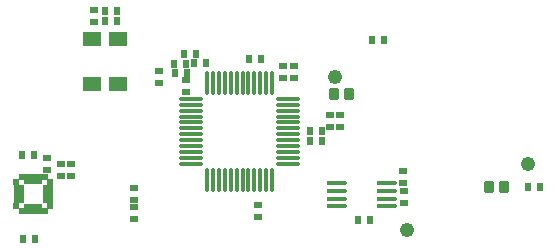
<source format=gbp>
G04 Layer: BottomPasteMaskLayer*
G04 EasyEDA Pro v2.2.35.2, 2025-02-24 01:09:24*
G04 Gerber Generator version 0.3*
G04 Scale: 100 percent, Rotated: No, Reflected: No*
G04 Dimensions in millimeters*
G04 Leading zeros omitted, absolute positions, 4 integers and 5 decimals*
%FSLAX45Y45*%
%MOMM*%
%AMRoundRect*1,1,$1,$2,$3*1,1,$1,$4,$5*1,1,$1,0-$2,0-$3*1,1,$1,0-$4,0-$5*20,1,$1,$2,$3,$4,$5,0*20,1,$1,$4,$5,0-$2,0-$3,0*20,1,$1,0-$2,0-$3,0-$4,0-$5,0*20,1,$1,0-$4,0-$5,$2,$3,0*4,1,4,$2,$3,$4,$5,0-$2,0-$3,0-$4,0-$5,$2,$3,0*%
%ADD10C,1.2192*%
%ADD11RoundRect,0.15076X0.21672X-0.28022X-0.21672X-0.28022*%
%ADD12RoundRect,0.15076X-0.28022X-0.21672X-0.28022X0.21672*%
%ADD13RoundRect,0.16355X0.33732X-0.40082X-0.33732X-0.40082*%
%ADD14RoundRect,0.15076X-0.21672X0.28022X0.21672X0.28022*%
%ADD15RoundRect,0.15076X0.28022X0.21672X0.28022X-0.21672*%
%ADD16O,0.3X2.1*%
%ADD17O,2.1X0.3*%
%ADD18O,1.7X0.375*%
%ADD19R,1.5X1.2*%
%ADD20RoundRect,0.14475X-0.37923X-0.17923X-0.37923X0.17923*%
%ADD21RoundRect,0.14475X-0.17923X-0.37923X-0.17923X0.37923*%
%ADD22RoundRect,0.14475X-0.17923X-0.17923X-0.17923X0.17923*%
G75*


G04 Pad Start*
G54D10*
G01X14960600Y10764520D03*
G01X13319760Y11501120D03*
G01X13936980Y10205720D03*
G54D11*
G01X10683240Y10132060D03*
G01X10784840Y10132060D03*
G54D12*
G01X11831320Y11557000D03*
G01X11831320Y11455400D03*
G54D13*
G01X14630400Y10568940D03*
G01X14757400Y10568940D03*
G54D14*
G01X14958060Y10568940D03*
G01X15059660Y10568940D03*
G54D11*
G01X13737600Y11819940D03*
G01X13636000Y11819940D03*
G54D14*
G01X12045820Y11695480D03*
G01X12147420Y11695480D03*
G01X13111480Y10962640D03*
G01X13213080Y10962640D03*
G01X13111480Y11046460D03*
G01X13213080Y11046460D03*
G54D12*
G01X13901420Y10703560D03*
G01X13901420Y10601960D03*
G54D15*
G01X13906500Y10431780D03*
G01X13906500Y10533380D03*
G54D12*
G01X12066140Y11372900D03*
G01X12066140Y11474500D03*
G54D15*
G01X13285340Y11179860D03*
G01X13285340Y11078260D03*
G01X13366620Y11179860D03*
G01X13366620Y11078260D03*
G54D13*
G01X13318360Y11362740D03*
G01X13445360Y11362740D03*
G54D15*
G01X12881480Y11596420D03*
G01X12881480Y11494820D03*
G01X12975460Y11596420D03*
G01X12975460Y11494820D03*
G01X12673200Y10415320D03*
G01X12673200Y10313720D03*
G54D11*
G01X12231240Y11619280D03*
G01X12129640Y11619280D03*
G54D14*
G01X12693520Y11652300D03*
G01X12591920Y11652300D03*
G54D11*
G01X11374120Y12059920D03*
G01X11475720Y12059920D03*
G01X12068680Y11535460D03*
G01X11967080Y11535460D03*
G54D14*
G01X11375260Y11977420D03*
G01X11476860Y11977420D03*
G01X10675620Y10840720D03*
G01X10777220Y10840720D03*
G54D12*
G01X10881360Y10713720D03*
G01X10881360Y10815320D03*
G01X11005820Y10668000D03*
G01X11005820Y10769600D03*
G01X11084560Y10668000D03*
G01X11084560Y10769600D03*
G54D11*
G01X13622020Y10289540D03*
G01X13520420Y10289540D03*
G54D12*
G01X11617960Y10401300D03*
G01X11617960Y10299700D03*
G54D15*
G01X11617960Y10457180D03*
G01X11617960Y10558780D03*
G54D16*
G01X12240720Y11452700D03*
G01X12290720Y11452700D03*
G01X12340720Y11452700D03*
G01X12390720Y11452700D03*
G01X12440720Y11452700D03*
G01X12490720Y11452700D03*
G01X12540720Y11452700D03*
G01X12590720Y11452700D03*
G01X12640720Y11452700D03*
G01X12690720Y11452700D03*
G01X12740720Y11452700D03*
G01X12790720Y11452700D03*
G54D17*
G01X12925720Y11317700D03*
G01X12925720Y11267700D03*
G01X12925720Y11217700D03*
G01X12925720Y11167700D03*
G01X12925720Y11117700D03*
G01X12925720Y11067700D03*
G01X12925720Y11017700D03*
G01X12925720Y10967700D03*
G01X12925720Y10917700D03*
G01X12925720Y10867700D03*
G01X12925720Y10817700D03*
G01X12925720Y10767700D03*
G54D16*
G01X12790720Y10632700D03*
G01X12740720Y10632700D03*
G01X12690720Y10632700D03*
G01X12640720Y10632700D03*
G01X12590720Y10632700D03*
G01X12540720Y10632700D03*
G01X12490720Y10632700D03*
G01X12440720Y10632700D03*
G01X12390720Y10632700D03*
G01X12340720Y10632700D03*
G01X12290720Y10632700D03*
G01X12240720Y10632700D03*
G54D17*
G01X12105720Y10767700D03*
G01X12105720Y10817700D03*
G01X12105720Y10867700D03*
G01X12105720Y10917700D03*
G01X12105720Y10967700D03*
G01X12105720Y11017700D03*
G01X12105720Y11067700D03*
G01X12105720Y11117700D03*
G01X12105720Y11167700D03*
G01X12105720Y11217700D03*
G01X12105720Y11267700D03*
G01X12105720Y11317700D03*
G54D18*
G01X13762040Y10601720D03*
G01X13762040Y10536720D03*
G01X13762040Y10471720D03*
G01X13762040Y10406720D03*
G01X13342040Y10601720D03*
G01X13342040Y10536720D03*
G01X13342040Y10471720D03*
G01X13342040Y10406720D03*
G54D12*
G01X11286360Y11972340D03*
G01X11286360Y12073940D03*
G54D19*
G01X11264120Y11821660D03*
G01X11484120Y11821660D03*
G01X11264120Y11440660D03*
G01X11484120Y11440660D03*
G54D14*
G01X12066140Y11614200D03*
G01X11964540Y11614200D03*
G54D20*
G01X10644600Y10460520D03*
G01X10644600Y10560520D03*
G01X10644600Y10510520D03*
G01X10894600Y10510520D03*
G01X10894600Y10560520D03*
G01X10894600Y10460520D03*
G54D21*
G01X10769600Y10635520D03*
G01X10769600Y10385520D03*
G01X10819600Y10635520D03*
G01X10719600Y10635520D03*
G01X10819600Y10385520D03*
G01X10719600Y10385520D03*
G54D22*
G01X10914600Y10610520D03*
G01X10914600Y10410520D03*
G01X10869600Y10655520D03*
G01X10869600Y10365520D03*
G01X10669600Y10365520D03*
G01X10624600Y10410520D03*
G01X10624600Y10610520D03*
G01X10669600Y10655520D03*
G04 Pad End*

M02*


</source>
